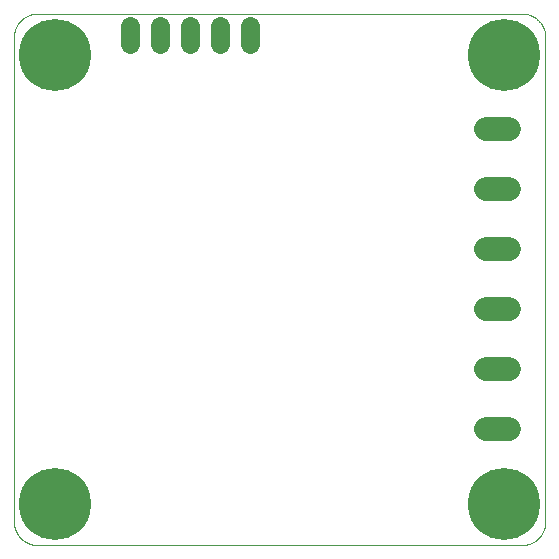
<source format=gbs>
G75*
%MOIN*%
%OFA0B0*%
%FSLAX25Y25*%
%IPPOS*%
%LPD*%
%AMOC8*
5,1,8,0,0,1.08239X$1,22.5*
%
%ADD10C,0.00400*%
%ADD11C,0.06337*%
%ADD12C,0.08077*%
%ADD13C,0.24022*%
D10*
X0024406Y0009130D02*
X0024406Y0170547D01*
X0024408Y0170737D01*
X0024415Y0170927D01*
X0024427Y0171117D01*
X0024443Y0171307D01*
X0024463Y0171496D01*
X0024489Y0171685D01*
X0024518Y0171873D01*
X0024553Y0172060D01*
X0024592Y0172246D01*
X0024635Y0172431D01*
X0024683Y0172616D01*
X0024735Y0172799D01*
X0024791Y0172980D01*
X0024852Y0173160D01*
X0024918Y0173339D01*
X0024987Y0173516D01*
X0025061Y0173692D01*
X0025139Y0173865D01*
X0025222Y0174037D01*
X0025308Y0174206D01*
X0025398Y0174374D01*
X0025493Y0174539D01*
X0025591Y0174702D01*
X0025694Y0174862D01*
X0025800Y0175020D01*
X0025910Y0175175D01*
X0026023Y0175328D01*
X0026141Y0175478D01*
X0026262Y0175624D01*
X0026386Y0175768D01*
X0026514Y0175909D01*
X0026645Y0176047D01*
X0026780Y0176182D01*
X0026918Y0176313D01*
X0027059Y0176441D01*
X0027203Y0176565D01*
X0027349Y0176686D01*
X0027499Y0176804D01*
X0027652Y0176917D01*
X0027807Y0177027D01*
X0027965Y0177133D01*
X0028125Y0177236D01*
X0028288Y0177334D01*
X0028453Y0177429D01*
X0028621Y0177519D01*
X0028790Y0177605D01*
X0028962Y0177688D01*
X0029135Y0177766D01*
X0029311Y0177840D01*
X0029488Y0177909D01*
X0029667Y0177975D01*
X0029847Y0178036D01*
X0030028Y0178092D01*
X0030211Y0178144D01*
X0030396Y0178192D01*
X0030581Y0178235D01*
X0030767Y0178274D01*
X0030954Y0178309D01*
X0031142Y0178338D01*
X0031331Y0178364D01*
X0031520Y0178384D01*
X0031710Y0178400D01*
X0031900Y0178412D01*
X0032090Y0178419D01*
X0032280Y0178421D01*
X0193698Y0178421D01*
X0193888Y0178419D01*
X0194078Y0178412D01*
X0194268Y0178400D01*
X0194458Y0178384D01*
X0194647Y0178364D01*
X0194836Y0178338D01*
X0195024Y0178309D01*
X0195211Y0178274D01*
X0195397Y0178235D01*
X0195582Y0178192D01*
X0195767Y0178144D01*
X0195950Y0178092D01*
X0196131Y0178036D01*
X0196311Y0177975D01*
X0196490Y0177909D01*
X0196667Y0177840D01*
X0196843Y0177766D01*
X0197016Y0177688D01*
X0197188Y0177605D01*
X0197357Y0177519D01*
X0197525Y0177429D01*
X0197690Y0177334D01*
X0197853Y0177236D01*
X0198013Y0177133D01*
X0198171Y0177027D01*
X0198326Y0176917D01*
X0198479Y0176804D01*
X0198629Y0176686D01*
X0198775Y0176565D01*
X0198919Y0176441D01*
X0199060Y0176313D01*
X0199198Y0176182D01*
X0199333Y0176047D01*
X0199464Y0175909D01*
X0199592Y0175768D01*
X0199716Y0175624D01*
X0199837Y0175478D01*
X0199955Y0175328D01*
X0200068Y0175175D01*
X0200178Y0175020D01*
X0200284Y0174862D01*
X0200387Y0174702D01*
X0200485Y0174539D01*
X0200580Y0174374D01*
X0200670Y0174206D01*
X0200756Y0174037D01*
X0200839Y0173865D01*
X0200917Y0173692D01*
X0200991Y0173516D01*
X0201060Y0173339D01*
X0201126Y0173160D01*
X0201187Y0172980D01*
X0201243Y0172799D01*
X0201295Y0172616D01*
X0201343Y0172431D01*
X0201386Y0172246D01*
X0201425Y0172060D01*
X0201460Y0171873D01*
X0201489Y0171685D01*
X0201515Y0171496D01*
X0201535Y0171307D01*
X0201551Y0171117D01*
X0201563Y0170927D01*
X0201570Y0170737D01*
X0201572Y0170547D01*
X0201572Y0009130D01*
X0201570Y0008940D01*
X0201563Y0008750D01*
X0201551Y0008560D01*
X0201535Y0008370D01*
X0201515Y0008181D01*
X0201489Y0007992D01*
X0201460Y0007804D01*
X0201425Y0007617D01*
X0201386Y0007431D01*
X0201343Y0007246D01*
X0201295Y0007061D01*
X0201243Y0006878D01*
X0201187Y0006697D01*
X0201126Y0006517D01*
X0201060Y0006338D01*
X0200991Y0006161D01*
X0200917Y0005985D01*
X0200839Y0005812D01*
X0200756Y0005640D01*
X0200670Y0005471D01*
X0200580Y0005303D01*
X0200485Y0005138D01*
X0200387Y0004975D01*
X0200284Y0004815D01*
X0200178Y0004657D01*
X0200068Y0004502D01*
X0199955Y0004349D01*
X0199837Y0004199D01*
X0199716Y0004053D01*
X0199592Y0003909D01*
X0199464Y0003768D01*
X0199333Y0003630D01*
X0199198Y0003495D01*
X0199060Y0003364D01*
X0198919Y0003236D01*
X0198775Y0003112D01*
X0198629Y0002991D01*
X0198479Y0002873D01*
X0198326Y0002760D01*
X0198171Y0002650D01*
X0198013Y0002544D01*
X0197853Y0002441D01*
X0197690Y0002343D01*
X0197525Y0002248D01*
X0197357Y0002158D01*
X0197188Y0002072D01*
X0197016Y0001989D01*
X0196843Y0001911D01*
X0196667Y0001837D01*
X0196490Y0001768D01*
X0196311Y0001702D01*
X0196131Y0001641D01*
X0195950Y0001585D01*
X0195767Y0001533D01*
X0195582Y0001485D01*
X0195397Y0001442D01*
X0195211Y0001403D01*
X0195024Y0001368D01*
X0194836Y0001339D01*
X0194647Y0001313D01*
X0194458Y0001293D01*
X0194268Y0001277D01*
X0194078Y0001265D01*
X0193888Y0001258D01*
X0193698Y0001256D01*
X0032280Y0001256D01*
X0032090Y0001258D01*
X0031900Y0001265D01*
X0031710Y0001277D01*
X0031520Y0001293D01*
X0031331Y0001313D01*
X0031142Y0001339D01*
X0030954Y0001368D01*
X0030767Y0001403D01*
X0030581Y0001442D01*
X0030396Y0001485D01*
X0030211Y0001533D01*
X0030028Y0001585D01*
X0029847Y0001641D01*
X0029667Y0001702D01*
X0029488Y0001768D01*
X0029311Y0001837D01*
X0029135Y0001911D01*
X0028962Y0001989D01*
X0028790Y0002072D01*
X0028621Y0002158D01*
X0028453Y0002248D01*
X0028288Y0002343D01*
X0028125Y0002441D01*
X0027965Y0002544D01*
X0027807Y0002650D01*
X0027652Y0002760D01*
X0027499Y0002873D01*
X0027349Y0002991D01*
X0027203Y0003112D01*
X0027059Y0003236D01*
X0026918Y0003364D01*
X0026780Y0003495D01*
X0026645Y0003630D01*
X0026514Y0003768D01*
X0026386Y0003909D01*
X0026262Y0004053D01*
X0026141Y0004199D01*
X0026023Y0004349D01*
X0025910Y0004502D01*
X0025800Y0004657D01*
X0025694Y0004815D01*
X0025591Y0004975D01*
X0025493Y0005138D01*
X0025398Y0005303D01*
X0025308Y0005471D01*
X0025222Y0005640D01*
X0025139Y0005812D01*
X0025061Y0005985D01*
X0024987Y0006161D01*
X0024918Y0006338D01*
X0024852Y0006517D01*
X0024791Y0006697D01*
X0024735Y0006878D01*
X0024683Y0007061D01*
X0024635Y0007246D01*
X0024592Y0007431D01*
X0024553Y0007617D01*
X0024518Y0007804D01*
X0024489Y0007992D01*
X0024463Y0008181D01*
X0024443Y0008370D01*
X0024427Y0008560D01*
X0024415Y0008750D01*
X0024408Y0008940D01*
X0024406Y0009130D01*
D11*
X0063156Y0168287D02*
X0063156Y0174224D01*
X0073156Y0174224D02*
X0073156Y0168287D01*
X0083156Y0168287D02*
X0083156Y0174224D01*
X0093156Y0174224D02*
X0093156Y0168287D01*
X0103156Y0168287D02*
X0103156Y0174224D01*
D12*
X0181818Y0140006D02*
X0189495Y0140006D01*
X0189495Y0120006D02*
X0181818Y0120006D01*
X0181818Y0100006D02*
X0189495Y0100006D01*
X0189495Y0080006D02*
X0181818Y0080006D01*
X0181818Y0060006D02*
X0189495Y0060006D01*
X0189495Y0040006D02*
X0181818Y0040006D01*
D13*
X0187792Y0015035D03*
X0038186Y0015035D03*
X0038186Y0164642D03*
X0187792Y0164642D03*
M02*

</source>
